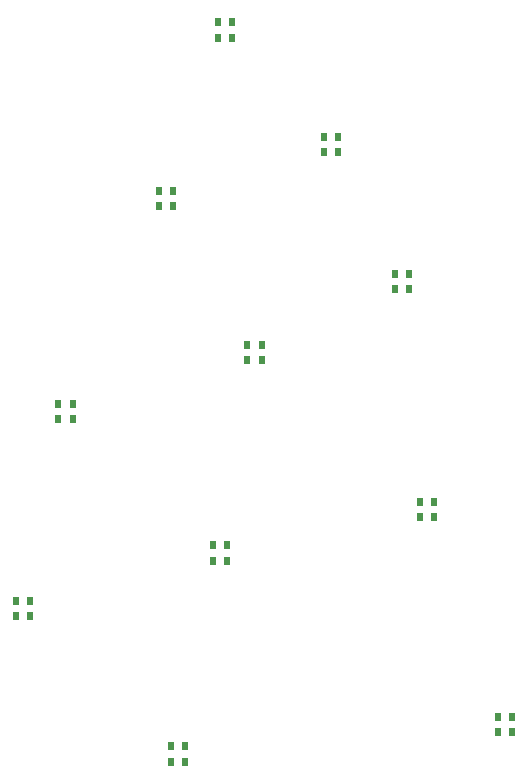
<source format=gbr>
G04 #@! TF.GenerationSoftware,KiCad,Pcbnew,(5.1.5)-3*
G04 #@! TF.CreationDate,2020-12-18T10:23:58+02:00*
G04 #@! TF.ProjectId,voltlog christmas tree,766f6c74-6c6f-4672-9063-68726973746d,rev?*
G04 #@! TF.SameCoordinates,Original*
G04 #@! TF.FileFunction,Paste,Bot*
G04 #@! TF.FilePolarity,Positive*
%FSLAX46Y46*%
G04 Gerber Fmt 4.6, Leading zero omitted, Abs format (unit mm)*
G04 Created by KiCad (PCBNEW (5.1.5)-3) date 2020-12-18 10:23:58*
%MOMM*%
%LPD*%
G04 APERTURE LIST*
%ADD10R,0.560000X0.640000*%
G04 APERTURE END LIST*
D10*
X131900000Y-129950000D03*
X131900000Y-128650000D03*
X133100000Y-128650000D03*
X133100000Y-129950000D03*
X159600000Y-127450000D03*
X159600000Y-126150000D03*
X160800000Y-126150000D03*
X160800000Y-127450000D03*
X118800000Y-117650000D03*
X118800000Y-116350000D03*
X120000000Y-116350000D03*
X120000000Y-117650000D03*
X135500000Y-112950000D03*
X135500000Y-111650000D03*
X136700000Y-111650000D03*
X136700000Y-112950000D03*
X153000000Y-109250000D03*
X153000000Y-107950000D03*
X154200000Y-107950000D03*
X154200000Y-109250000D03*
X122400000Y-100950000D03*
X122400000Y-99650000D03*
X123600000Y-99650000D03*
X123600000Y-100950000D03*
X138400000Y-95950000D03*
X138400000Y-94650000D03*
X139600000Y-94650000D03*
X139600000Y-95950000D03*
X150900000Y-89950000D03*
X150900000Y-88650000D03*
X152100000Y-88650000D03*
X152100000Y-89950000D03*
X130900000Y-82950000D03*
X130900000Y-81650000D03*
X132100000Y-81650000D03*
X132100000Y-82950000D03*
X144900000Y-78350000D03*
X144900000Y-77050000D03*
X146100000Y-77050000D03*
X146100000Y-78350000D03*
X135900000Y-68650000D03*
X135900000Y-67350000D03*
X137100000Y-67350000D03*
X137100000Y-68650000D03*
M02*

</source>
